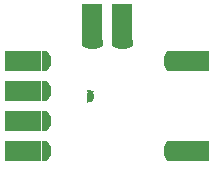
<source format=gbs>
G04 DipTrace 2.4.0.2*
%INDRV2667.gbs*%
%MOMM*%
%ADD56R,2.05X1.75*%
%ADD57R,2.082X1.75*%
%ADD58R,1.65X1.75*%
%ADD59R,1.75X2.082*%
%ADD60R,1.75X1.65*%
%FSLAX53Y53*%
G04*
G71*
G90*
G75*
G01*
%LNBotMask*%
%LPD*%
D60*
X16350Y23970D3*
X18890D3*
G36*
X18015Y22695D2*
Y23200D1*
X19765D1*
Y22695D1*
X19221Y22415D1*
X18559D1*
X18015Y22695D1*
G37*
G36*
X15475D2*
Y23200D1*
X17225D1*
Y22695D1*
X16681Y22415D1*
X16019D1*
X15475Y22695D1*
G37*
D59*
X16350Y25240D3*
X18890D3*
D58*
X11270Y13810D3*
Y16350D3*
G36*
X12545Y15475D2*
X12040D1*
Y17225D1*
X12545D1*
X12825Y16681D1*
Y16019D1*
X12545Y15475D1*
G37*
G36*
Y12935D2*
X12040D1*
Y14685D1*
X12545D1*
X12825Y14141D1*
Y13479D1*
X12545Y12935D1*
G37*
D57*
X10000Y13810D3*
Y16350D3*
D58*
X11270Y21430D3*
Y18890D3*
D57*
X10000Y21430D3*
Y18890D3*
G36*
X12545Y18015D2*
X12040D1*
Y19765D1*
X12545D1*
X12825Y19221D1*
Y18559D1*
X12545Y18015D1*
G37*
G36*
Y20555D2*
X12045D1*
Y22305D1*
X12545D1*
X12825Y21761D1*
Y21099D1*
X12545Y20555D1*
G37*
D58*
X23970Y21430D3*
G36*
X22695Y22305D2*
X23200D1*
Y20555D1*
X22695D1*
X22415Y21099D1*
Y21761D1*
X22695Y22305D1*
G37*
D56*
X25240Y21430D3*
D58*
X23970Y13810D3*
G36*
X22695Y14685D2*
X23200D1*
Y12935D1*
X22695D1*
X22415Y13479D1*
Y14141D1*
X22695Y14685D1*
G37*
D56*
X25240Y13810D3*
G36*
X15862Y17903D2*
X16053Y17933D1*
X16200Y17992D1*
X16294Y18068D1*
X16370Y18145D1*
X16434Y18257D1*
X16459Y18322D1*
X16480Y18418D1*
X16490Y18468D1*
X16495Y18551D1*
X16472Y18616D1*
X16434Y18654D1*
X16409Y18679D1*
X16396Y18743D1*
X16401Y18769D1*
X16416Y18819D1*
X16447Y18847D1*
X16365Y18946D1*
X16289Y18896D1*
X16271D1*
X16235Y18984D1*
X16180Y18997D1*
X16078Y19007D1*
X16185Y18754D1*
Y18722D1*
X16177Y18679D1*
X16155Y18669D1*
X16104Y18689D1*
X16040Y18805D1*
X15969Y18976D1*
X15919Y18951D1*
X15864Y18888D1*
X15939Y18697D1*
X15901Y18703D1*
X15862D1*
Y17903D1*
G37*
M02*

</source>
